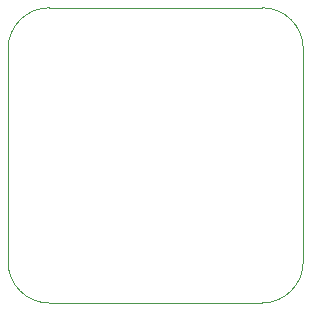
<source format=gbr>
%TF.GenerationSoftware,KiCad,Pcbnew,7.0.6*%
%TF.CreationDate,2023-11-15T13:56:34-06:00*%
%TF.ProjectId,TorqueSensorAmpifierPCB,546f7271-7565-4536-956e-736f72416d70,rev?*%
%TF.SameCoordinates,Original*%
%TF.FileFunction,Profile,NP*%
%FSLAX46Y46*%
G04 Gerber Fmt 4.6, Leading zero omitted, Abs format (unit mm)*
G04 Created by KiCad (PCBNEW 7.0.6) date 2023-11-15 13:56:34*
%MOMM*%
%LPD*%
G01*
G04 APERTURE LIST*
%TA.AperFunction,Profile*%
%ADD10C,0.100000*%
%TD*%
G04 APERTURE END LIST*
D10*
X61000000Y-88000000D02*
G75*
G03*
X57500000Y-91500000I0J-3500000D01*
G01*
X79000000Y-113000000D02*
X61000000Y-113000000D01*
X57500000Y-109500000D02*
G75*
G03*
X61000000Y-113000000I3500000J0D01*
G01*
X57500000Y-109500000D02*
X57500000Y-91500000D01*
X61000000Y-88000000D02*
X79000000Y-88000000D01*
X82500000Y-91500000D02*
X82500000Y-109500000D01*
X79000000Y-113000000D02*
G75*
G03*
X82500000Y-109500000I0J3500000D01*
G01*
X82500000Y-91500000D02*
G75*
G03*
X79000000Y-88000000I-3500000J0D01*
G01*
M02*

</source>
